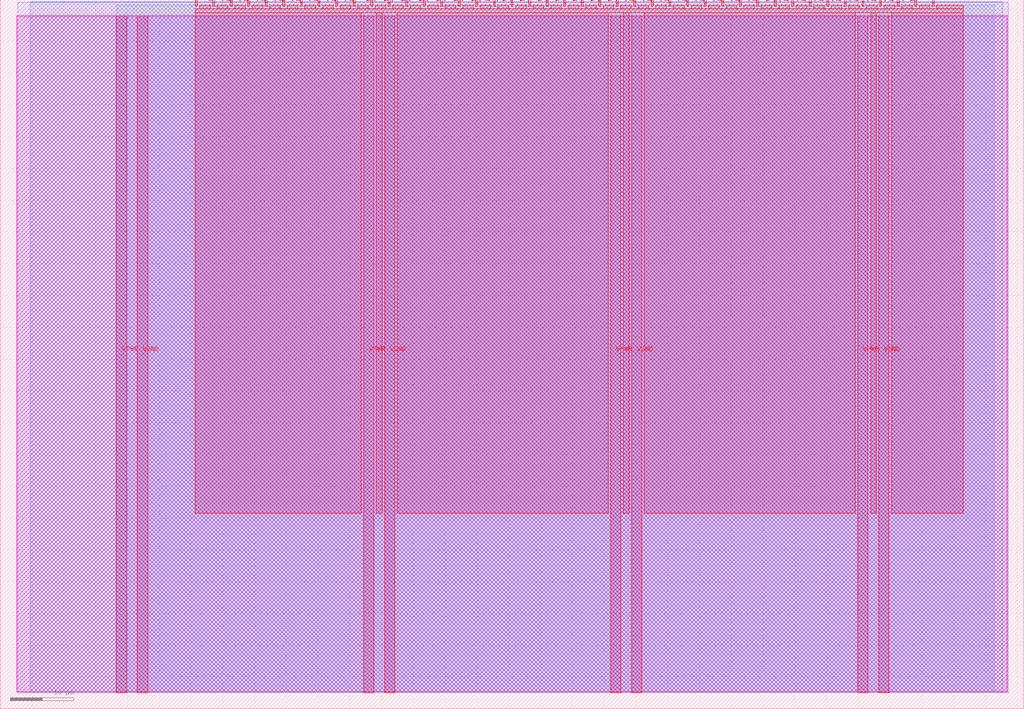
<source format=lef>
VERSION 5.7 ;
  NOWIREEXTENSIONATPIN ON ;
  DIVIDERCHAR "/" ;
  BUSBITCHARS "[]" ;
MACRO tt_um_asheldon44_dsm_decimation_filter
  CLASS BLOCK ;
  FOREIGN tt_um_asheldon44_dsm_decimation_filter ;
  ORIGIN 0.000 0.000 ;
  SIZE 161.000 BY 111.520 ;
  PIN VGND
    DIRECTION INOUT ;
    USE GROUND ;
    PORT
      LAYER met4 ;
        RECT 21.580 2.480 23.180 109.040 ;
    END
    PORT
      LAYER met4 ;
        RECT 60.450 2.480 62.050 109.040 ;
    END
    PORT
      LAYER met4 ;
        RECT 99.320 2.480 100.920 109.040 ;
    END
    PORT
      LAYER met4 ;
        RECT 138.190 2.480 139.790 109.040 ;
    END
  END VGND
  PIN VPWR
    DIRECTION INOUT ;
    USE POWER ;
    PORT
      LAYER met4 ;
        RECT 18.280 2.480 19.880 109.040 ;
    END
    PORT
      LAYER met4 ;
        RECT 57.150 2.480 58.750 109.040 ;
    END
    PORT
      LAYER met4 ;
        RECT 96.020 2.480 97.620 109.040 ;
    END
    PORT
      LAYER met4 ;
        RECT 134.890 2.480 136.490 109.040 ;
    END
  END VPWR
  PIN clk
    DIRECTION INPUT ;
    USE SIGNAL ;
    ANTENNAGATEAREA 0.852000 ;
    PORT
      LAYER met4 ;
        RECT 143.830 110.520 144.130 111.520 ;
    END
  END clk
  PIN ena
    DIRECTION INPUT ;
    USE SIGNAL ;
    PORT
      LAYER met4 ;
        RECT 146.590 110.520 146.890 111.520 ;
    END
  END ena
  PIN rst_n
    DIRECTION INPUT ;
    USE SIGNAL ;
    ANTENNAGATEAREA 0.126000 ;
    PORT
      LAYER met4 ;
        RECT 141.070 110.520 141.370 111.520 ;
    END
  END rst_n
  PIN ui_in[0]
    DIRECTION INPUT ;
    USE SIGNAL ;
    ANTENNAGATEAREA 0.126000 ;
    PORT
      LAYER met4 ;
        RECT 138.310 110.520 138.610 111.520 ;
    END
  END ui_in[0]
  PIN ui_in[1]
    DIRECTION INPUT ;
    USE SIGNAL ;
    ANTENNAGATEAREA 0.196500 ;
    PORT
      LAYER met4 ;
        RECT 135.550 110.520 135.850 111.520 ;
    END
  END ui_in[1]
  PIN ui_in[2]
    DIRECTION INPUT ;
    USE SIGNAL ;
    ANTENNAGATEAREA 0.196500 ;
    PORT
      LAYER met4 ;
        RECT 132.790 110.520 133.090 111.520 ;
    END
  END ui_in[2]
  PIN ui_in[3]
    DIRECTION INPUT ;
    USE SIGNAL ;
    PORT
      LAYER met4 ;
        RECT 130.030 110.520 130.330 111.520 ;
    END
  END ui_in[3]
  PIN ui_in[4]
    DIRECTION INPUT ;
    USE SIGNAL ;
    PORT
      LAYER met4 ;
        RECT 127.270 110.520 127.570 111.520 ;
    END
  END ui_in[4]
  PIN ui_in[5]
    DIRECTION INPUT ;
    USE SIGNAL ;
    PORT
      LAYER met4 ;
        RECT 124.510 110.520 124.810 111.520 ;
    END
  END ui_in[5]
  PIN ui_in[6]
    DIRECTION INPUT ;
    USE SIGNAL ;
    PORT
      LAYER met4 ;
        RECT 121.750 110.520 122.050 111.520 ;
    END
  END ui_in[6]
  PIN ui_in[7]
    DIRECTION INPUT ;
    USE SIGNAL ;
    PORT
      LAYER met4 ;
        RECT 118.990 110.520 119.290 111.520 ;
    END
  END ui_in[7]
  PIN uio_in[0]
    DIRECTION INPUT ;
    USE SIGNAL ;
    PORT
      LAYER met4 ;
        RECT 116.230 110.520 116.530 111.520 ;
    END
  END uio_in[0]
  PIN uio_in[1]
    DIRECTION INPUT ;
    USE SIGNAL ;
    PORT
      LAYER met4 ;
        RECT 113.470 110.520 113.770 111.520 ;
    END
  END uio_in[1]
  PIN uio_in[2]
    DIRECTION INPUT ;
    USE SIGNAL ;
    PORT
      LAYER met4 ;
        RECT 110.710 110.520 111.010 111.520 ;
    END
  END uio_in[2]
  PIN uio_in[3]
    DIRECTION INPUT ;
    USE SIGNAL ;
    PORT
      LAYER met4 ;
        RECT 107.950 110.520 108.250 111.520 ;
    END
  END uio_in[3]
  PIN uio_in[4]
    DIRECTION INPUT ;
    USE SIGNAL ;
    PORT
      LAYER met4 ;
        RECT 105.190 110.520 105.490 111.520 ;
    END
  END uio_in[4]
  PIN uio_in[5]
    DIRECTION INPUT ;
    USE SIGNAL ;
    PORT
      LAYER met4 ;
        RECT 102.430 110.520 102.730 111.520 ;
    END
  END uio_in[5]
  PIN uio_in[6]
    DIRECTION INPUT ;
    USE SIGNAL ;
    PORT
      LAYER met4 ;
        RECT 99.670 110.520 99.970 111.520 ;
    END
  END uio_in[6]
  PIN uio_in[7]
    DIRECTION INPUT ;
    USE SIGNAL ;
    PORT
      LAYER met4 ;
        RECT 96.910 110.520 97.210 111.520 ;
    END
  END uio_in[7]
  PIN uio_oe[0]
    DIRECTION OUTPUT ;
    USE SIGNAL ;
    PORT
      LAYER met4 ;
        RECT 49.990 110.520 50.290 111.520 ;
    END
  END uio_oe[0]
  PIN uio_oe[1]
    DIRECTION OUTPUT ;
    USE SIGNAL ;
    PORT
      LAYER met4 ;
        RECT 47.230 110.520 47.530 111.520 ;
    END
  END uio_oe[1]
  PIN uio_oe[2]
    DIRECTION OUTPUT ;
    USE SIGNAL ;
    PORT
      LAYER met4 ;
        RECT 44.470 110.520 44.770 111.520 ;
    END
  END uio_oe[2]
  PIN uio_oe[3]
    DIRECTION OUTPUT ;
    USE SIGNAL ;
    PORT
      LAYER met4 ;
        RECT 41.710 110.520 42.010 111.520 ;
    END
  END uio_oe[3]
  PIN uio_oe[4]
    DIRECTION OUTPUT ;
    USE SIGNAL ;
    PORT
      LAYER met4 ;
        RECT 38.950 110.520 39.250 111.520 ;
    END
  END uio_oe[4]
  PIN uio_oe[5]
    DIRECTION OUTPUT ;
    USE SIGNAL ;
    PORT
      LAYER met4 ;
        RECT 36.190 110.520 36.490 111.520 ;
    END
  END uio_oe[5]
  PIN uio_oe[6]
    DIRECTION OUTPUT ;
    USE SIGNAL ;
    PORT
      LAYER met4 ;
        RECT 33.430 110.520 33.730 111.520 ;
    END
  END uio_oe[6]
  PIN uio_oe[7]
    DIRECTION OUTPUT ;
    USE SIGNAL ;
    PORT
      LAYER met4 ;
        RECT 30.670 110.520 30.970 111.520 ;
    END
  END uio_oe[7]
  PIN uio_out[0]
    DIRECTION OUTPUT ;
    USE SIGNAL ;
    PORT
      LAYER met4 ;
        RECT 72.070 110.520 72.370 111.520 ;
    END
  END uio_out[0]
  PIN uio_out[1]
    DIRECTION OUTPUT ;
    USE SIGNAL ;
    PORT
      LAYER met4 ;
        RECT 69.310 110.520 69.610 111.520 ;
    END
  END uio_out[1]
  PIN uio_out[2]
    DIRECTION OUTPUT ;
    USE SIGNAL ;
    PORT
      LAYER met4 ;
        RECT 66.550 110.520 66.850 111.520 ;
    END
  END uio_out[2]
  PIN uio_out[3]
    DIRECTION OUTPUT ;
    USE SIGNAL ;
    PORT
      LAYER met4 ;
        RECT 63.790 110.520 64.090 111.520 ;
    END
  END uio_out[3]
  PIN uio_out[4]
    DIRECTION OUTPUT ;
    USE SIGNAL ;
    PORT
      LAYER met4 ;
        RECT 61.030 110.520 61.330 111.520 ;
    END
  END uio_out[4]
  PIN uio_out[5]
    DIRECTION OUTPUT ;
    USE SIGNAL ;
    PORT
      LAYER met4 ;
        RECT 58.270 110.520 58.570 111.520 ;
    END
  END uio_out[5]
  PIN uio_out[6]
    DIRECTION OUTPUT ;
    USE SIGNAL ;
    PORT
      LAYER met4 ;
        RECT 55.510 110.520 55.810 111.520 ;
    END
  END uio_out[6]
  PIN uio_out[7]
    DIRECTION OUTPUT ;
    USE SIGNAL ;
    PORT
      LAYER met4 ;
        RECT 52.750 110.520 53.050 111.520 ;
    END
  END uio_out[7]
  PIN uo_out[0]
    DIRECTION OUTPUT ;
    USE SIGNAL ;
    ANTENNADIFFAREA 0.462000 ;
    PORT
      LAYER met4 ;
        RECT 94.150 110.520 94.450 111.520 ;
    END
  END uo_out[0]
  PIN uo_out[1]
    DIRECTION OUTPUT ;
    USE SIGNAL ;
    ANTENNADIFFAREA 0.462000 ;
    PORT
      LAYER met4 ;
        RECT 91.390 110.520 91.690 111.520 ;
    END
  END uo_out[1]
  PIN uo_out[2]
    DIRECTION OUTPUT ;
    USE SIGNAL ;
    ANTENNADIFFAREA 0.462000 ;
    PORT
      LAYER met4 ;
        RECT 88.630 110.520 88.930 111.520 ;
    END
  END uo_out[2]
  PIN uo_out[3]
    DIRECTION OUTPUT ;
    USE SIGNAL ;
    ANTENNADIFFAREA 0.462000 ;
    PORT
      LAYER met4 ;
        RECT 85.870 110.520 86.170 111.520 ;
    END
  END uo_out[3]
  PIN uo_out[4]
    DIRECTION OUTPUT ;
    USE SIGNAL ;
    ANTENNADIFFAREA 0.462000 ;
    PORT
      LAYER met4 ;
        RECT 83.110 110.520 83.410 111.520 ;
    END
  END uo_out[4]
  PIN uo_out[5]
    DIRECTION OUTPUT ;
    USE SIGNAL ;
    ANTENNADIFFAREA 0.462000 ;
    PORT
      LAYER met4 ;
        RECT 80.350 110.520 80.650 111.520 ;
    END
  END uo_out[5]
  PIN uo_out[6]
    DIRECTION OUTPUT ;
    USE SIGNAL ;
    ANTENNADIFFAREA 0.462000 ;
    PORT
      LAYER met4 ;
        RECT 77.590 110.520 77.890 111.520 ;
    END
  END uo_out[6]
  PIN uo_out[7]
    DIRECTION OUTPUT ;
    USE SIGNAL ;
    ANTENNADIFFAREA 0.462000 ;
    PORT
      LAYER met4 ;
        RECT 74.830 110.520 75.130 111.520 ;
    END
  END uo_out[7]
  OBS
      LAYER nwell ;
        RECT 2.570 2.635 158.430 108.990 ;
      LAYER li1 ;
        RECT 2.760 2.635 158.240 108.885 ;
      LAYER met1 ;
        RECT 2.760 2.480 158.540 111.140 ;
      LAYER met2 ;
        RECT 4.700 2.535 157.680 111.170 ;
      LAYER met3 ;
        RECT 18.290 2.555 156.335 110.665 ;
      LAYER met4 ;
        RECT 31.370 110.120 33.030 110.665 ;
        RECT 34.130 110.120 35.790 110.665 ;
        RECT 36.890 110.120 38.550 110.665 ;
        RECT 39.650 110.120 41.310 110.665 ;
        RECT 42.410 110.120 44.070 110.665 ;
        RECT 45.170 110.120 46.830 110.665 ;
        RECT 47.930 110.120 49.590 110.665 ;
        RECT 50.690 110.120 52.350 110.665 ;
        RECT 53.450 110.120 55.110 110.665 ;
        RECT 56.210 110.120 57.870 110.665 ;
        RECT 58.970 110.120 60.630 110.665 ;
        RECT 61.730 110.120 63.390 110.665 ;
        RECT 64.490 110.120 66.150 110.665 ;
        RECT 67.250 110.120 68.910 110.665 ;
        RECT 70.010 110.120 71.670 110.665 ;
        RECT 72.770 110.120 74.430 110.665 ;
        RECT 75.530 110.120 77.190 110.665 ;
        RECT 78.290 110.120 79.950 110.665 ;
        RECT 81.050 110.120 82.710 110.665 ;
        RECT 83.810 110.120 85.470 110.665 ;
        RECT 86.570 110.120 88.230 110.665 ;
        RECT 89.330 110.120 90.990 110.665 ;
        RECT 92.090 110.120 93.750 110.665 ;
        RECT 94.850 110.120 96.510 110.665 ;
        RECT 97.610 110.120 99.270 110.665 ;
        RECT 100.370 110.120 102.030 110.665 ;
        RECT 103.130 110.120 104.790 110.665 ;
        RECT 105.890 110.120 107.550 110.665 ;
        RECT 108.650 110.120 110.310 110.665 ;
        RECT 111.410 110.120 113.070 110.665 ;
        RECT 114.170 110.120 115.830 110.665 ;
        RECT 116.930 110.120 118.590 110.665 ;
        RECT 119.690 110.120 121.350 110.665 ;
        RECT 122.450 110.120 124.110 110.665 ;
        RECT 125.210 110.120 126.870 110.665 ;
        RECT 127.970 110.120 129.630 110.665 ;
        RECT 130.730 110.120 132.390 110.665 ;
        RECT 133.490 110.120 135.150 110.665 ;
        RECT 136.250 110.120 137.910 110.665 ;
        RECT 139.010 110.120 140.670 110.665 ;
        RECT 141.770 110.120 143.430 110.665 ;
        RECT 144.530 110.120 146.190 110.665 ;
        RECT 147.290 110.120 151.505 110.665 ;
        RECT 30.655 109.440 151.505 110.120 ;
        RECT 30.655 30.775 56.750 109.440 ;
        RECT 59.150 30.775 60.050 109.440 ;
        RECT 62.450 30.775 95.620 109.440 ;
        RECT 98.020 30.775 98.920 109.440 ;
        RECT 101.320 30.775 134.490 109.440 ;
        RECT 136.890 30.775 137.790 109.440 ;
        RECT 140.190 30.775 151.505 109.440 ;
  END
END tt_um_asheldon44_dsm_decimation_filter
END LIBRARY


</source>
